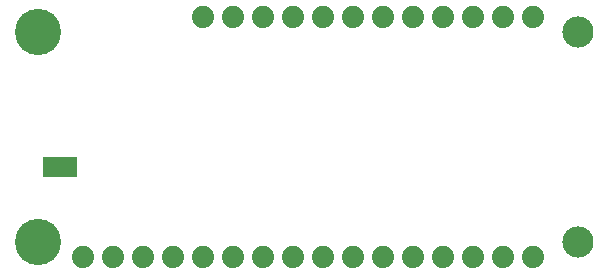
<source format=gbr>
G04 EAGLE Gerber RS-274X export*
G75*
%MOMM*%
%FSLAX34Y34*%
%LPD*%
%INSoldermask Bottom*%
%IPPOS*%
%AMOC8*
5,1,8,0,0,1.08239X$1,22.5*%
G01*
%ADD10R,2.921000X1.651000*%
%ADD11C,2.641600*%
%ADD12C,3.911600*%
%ADD13C,1.879600*%


D10*
X44450Y88900D03*
D11*
X482600Y203200D03*
X482600Y25400D03*
D12*
X25400Y203200D03*
X25400Y25400D03*
D13*
X165100Y215900D03*
X190500Y215900D03*
X215900Y215900D03*
X241300Y215900D03*
X266700Y215900D03*
X292100Y215900D03*
X317500Y215900D03*
X342900Y215900D03*
X368300Y215900D03*
X393700Y215900D03*
X419100Y215900D03*
X444500Y215900D03*
X165100Y12700D03*
X190500Y12700D03*
X215900Y12700D03*
X241300Y12700D03*
X266700Y12700D03*
X292100Y12700D03*
X317500Y12700D03*
X342900Y12700D03*
X368300Y12700D03*
X393700Y12700D03*
X419100Y12700D03*
X444500Y12700D03*
X139700Y12700D03*
X114300Y12700D03*
X88900Y12700D03*
X63500Y12700D03*
M02*

</source>
